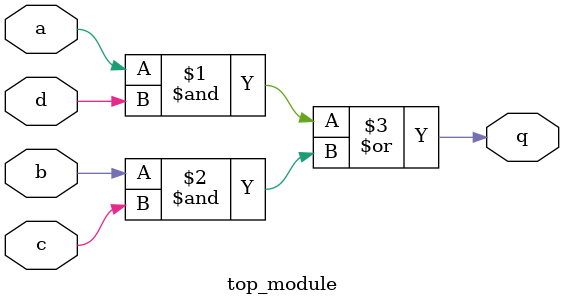
<source format=sv>
module top_module (
    input a, 
    input b, 
    input c, 
    input d,
    output q
);
    assign q = (a & d) | (b & c);
endmodule

</source>
